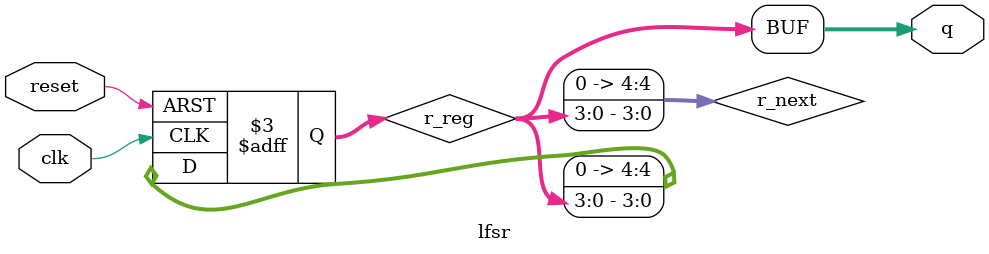
<source format=v>
module lfsr( 
    input clk,
    input reset,
    output [4:0] q
); 
reg [4:0] r_reg;
wire [4:0] r_next;
wire feedback_value;
// on reset set the value of r_reg to 1
// otherwise assign r_next to r_reg
// assign the xor of bit positions 2 and 4 of r_reg to feedback_value
// assign feedback value concatenated with 4 MSBs of r_reg to r_next
// assign r_reg to the output q
assign r_next = {r_reg[3],r_reg[2],r_reg[1],r_reg[0]};
assign q = r_reg;
assign feedback_value = feedback_value;

always@(posedge clk or posedge reset)
begin
	if(reset == 1'b1)
	begin
		r_reg <= 5'b00000;
	end
	else
	begin
		r_reg <= r_next;
	end
end

endmodule

</source>
